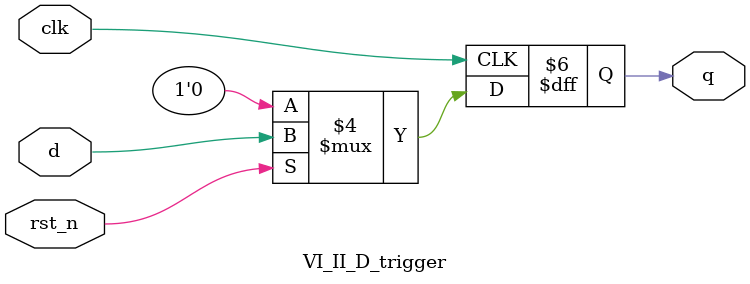
<source format=v>
module VI_II_D_trigger ( 
    input clk, rst_n, 
    input d, 
    output reg q 
); 
    always@(posedge clk) begin  //同步复位 
        if(!rst_n) q <= 0; 
        else        
            q <= d; 
    end 
endmodule 

</source>
